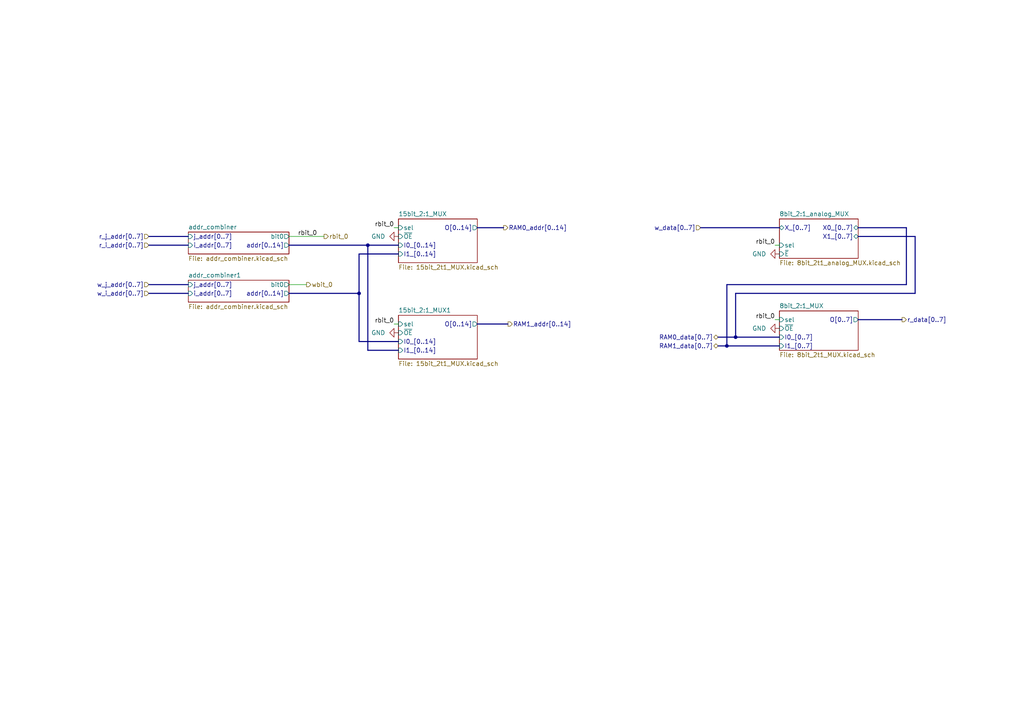
<source format=kicad_sch>
(kicad_sch (version 20250114) (generator "eeschema") (generator_version "9.0")
  (paper "A4")
  (lib_symbols
    (symbol "power:GND" (power) (pin_numbers (hide yes)) (pin_names (offset 0) (hide yes))
      (property "Value" "GND" (at 0 -3.81 0))
      (symbol "GND_0_1"
        (polyline (pts (xy 0 0) (xy 0 -1.27) (xy 1.27 -1.27) (xy 0 -2.54) (xy -1.27 -1.27) (xy 0 -1.27)))
      )
      (symbol "GND_1_1"
        (pin power_in line (at 0 0 270) (length 0) (name "~") (number "1"))
      )
    )
  )
  (junction (at 210.82 100.33))
  (junction (at 213.36 97.79))
  (junction (at 104.14 85.09))
  (junction (at 106.68 71.12))
  (bus (pts (xy 213.36 85.09) (xy 265.43 85.09)))
  (bus (pts (xy 115.57 71.12) (xy 106.68 71.12)))
  (bus (pts (xy 262.89 82.55) (xy 210.82 82.55)))
  (bus (pts (xy 83.82 71.12) (xy 106.68 71.12)))
  (wire (pts (xy 83.82 68.58) (xy 93.98 68.58)))
  (bus (pts (xy 43.18 82.55) (xy 54.61 82.55)))
  (bus (pts (xy 265.43 68.58) (xy 248.92 68.58)))
  (bus (pts (xy 43.18 85.09) (xy 54.61 85.09)))
  (bus (pts (xy 213.36 97.79) (xy 226.06 97.79)))
  (bus (pts (xy 138.43 93.98) (xy 147.32 93.98)))
  (bus (pts (xy 208.28 97.79) (xy 213.36 97.79)))
  (bus (pts (xy 104.14 99.06) (xy 115.57 99.06)))
  (bus (pts (xy 248.92 92.71) (xy 261.62 92.71)))
  (bus (pts (xy 43.18 71.12) (xy 54.61 71.12)))
  (bus (pts (xy 203.2 66.04) (xy 226.06 66.04)))
  (wire (pts (xy 224.79 92.71) (xy 226.06 92.71)))
  (wire (pts (xy 114.3 93.98) (xy 115.57 93.98)))
  (bus (pts (xy 208.28 100.33) (xy 210.82 100.33)))
  (bus (pts (xy 104.14 85.09) (xy 104.14 99.06)))
  (bus (pts (xy 210.82 100.33) (xy 226.06 100.33)))
  (bus (pts (xy 106.68 101.6) (xy 115.57 101.6)))
  (bus (pts (xy 213.36 97.79) (xy 213.36 85.09)))
  (bus (pts (xy 104.14 73.66) (xy 104.14 85.09)))
  (bus (pts (xy 43.18 68.58) (xy 54.61 68.58)))
  (bus (pts (xy 106.68 71.12) (xy 106.68 101.6)))
  (bus (pts (xy 265.43 85.09) (xy 265.43 68.58)))
  (bus (pts (xy 115.57 73.66) (xy 104.14 73.66)))
  (bus (pts (xy 83.82 85.09) (xy 104.14 85.09)))
  (wire (pts (xy 83.82 82.55) (xy 88.9 82.55)))
  (wire (pts (xy 224.79 71.12) (xy 226.06 71.12)))
  (bus (pts (xy 138.43 66.04) (xy 146.05 66.04)))
  (wire (pts (xy 114.3 66.04) (xy 115.57 66.04)))
  (bus (pts (xy 210.82 82.55) (xy 210.82 100.33)))
  (bus (pts (xy 248.92 66.04) (xy 262.89 66.04)))
  (bus (pts (xy 262.89 66.04) (xy 262.89 82.55)))
  (label "rbit_0" (at 224.79 71.12 180))
  (label "rbit_0" (at 114.3 93.98 180))
  (label "rbit_0" (at 224.79 92.71 180))
  (label "rbit_0" (at 86.36 68.58 0))
  (label "rbit_0" (at 114.3 66.04 180))
  (hierarchical_label "RAM0_data[0..7]" (shape bidirectional) (at 208.28 97.79 180))
  (hierarchical_label "w_data[0..7]" (shape input) (at 203.2 66.04 180))
  (hierarchical_label "r_data[0..7]" (shape output) (at 261.62 92.71 0))
  (hierarchical_label "wbit_0" (shape output) (at 88.9 82.55 0))
  (hierarchical_label "RAM1_data[0..7]" (shape bidirectional) (at 208.28 100.33 180))
  (hierarchical_label "rbit_0" (shape output) (at 93.98 68.58 0))
  (hierarchical_label "w_j_addr[0..7]" (shape input) (at 43.18 82.55 180))
  (hierarchical_label "r_i_addr[0..7]" (shape input) (at 43.18 71.12 180))
  (hierarchical_label "w_i_addr[0..7]" (shape input) (at 43.18 85.09 180))
  (hierarchical_label "RAM0_addr[0..14]" (shape output) (at 146.05 66.04 0))
  (hierarchical_label "RAM1_addr[0..14]" (shape output) (at 147.32 93.98 0))
  (hierarchical_label "r_j_addr[0..7]" (shape input) (at 43.18 68.58 180))
  (symbol (lib_id "power:GND") (at 226.06 95.25 270) (unit 1)
    (property "Reference" "#PWR088" (effects (hide yes)))
    (property "Value" "GND" (at 222.25 95.2499 90) (effects (justify right)))
    (property "Description" "Power symbol creates a global label with name \"GND\" , ground" (effects (hide yes)))
  )
  (symbol (lib_id "power:GND") (at 115.57 96.52 270) (unit 1)
    (property "Reference" "#PWR086" (effects (hide yes)))
    (property "Value" "GND" (at 111.76 96.5199 90) (effects (justify right)))
    (property "Description" "Power symbol creates a global label with name \"GND\" , ground" (effects (hide yes)))
  )
  (symbol (lib_id "power:GND") (at 115.57 68.58 270) (unit 1)
    (property "Reference" "#PWR085" (effects (hide yes)))
    (property "Value" "GND" (at 111.76 68.5799 90) (effects (justify right)))
    (property "Description" "Power symbol creates a global label with name \"GND\" , ground" (effects (hide yes)))
  )
  (symbol (lib_id "power:GND") (at 226.06 73.66 270) (unit 1)
    (property "Reference" "#PWR087" (effects (hide yes)))
    (property "Value" "GND" (at 222.25 73.6599 90) (effects (justify right)))
    (property "Description" "Power symbol creates a global label with name \"GND\" , ground" (effects (hide yes)))
  )
  (sheet (at 226.06 63.5) (size 22.86 11.43) (stroke (width 0.1524))
    (property "Sheetname" "8bit_2:1_analog_MUX" (at 226.06 62.7884 0) (effects (justify left bottom)))
    (property "Sheetfile" "8bit_2t1_analog_MUX.kicad_sch" (at 226.06 75.5146 0) (effects (justify left top)))
    (pin "X1_[0..7]" bidirectional (at 248.92 68.58 0))
    (pin "~{E}" input (at 226.06 73.66 180))
    (pin "X_[0..7]" bidirectional (at 226.06 66.04 180))
    (pin "sel" input (at 226.06 71.12 180))
    (pin "X0_[0..7]" bidirectional (at 248.92 66.04 0))
  )
  (sheet (at 54.61 67.31) (size 29.21 6.35) (stroke (width 0.1524))
    (property "Sheetname" "addr_combiner" (at 54.61 66.5984 0) (effects (justify left bottom)))
    (property "Sheetfile" "addr_combiner.kicad_sch" (at 54.61 74.2446 0) (effects (justify left top)))
    (pin "bit0" output (at 83.82 68.58 0))
    (pin "j_addr[0..7]" input (at 54.61 68.58 180))
    (pin "addr[0..14]" output (at 83.82 71.12 0))
    (pin "i_addr[0..7]" input (at 54.61 71.12 180))
  )
  (sheet (at 115.57 91.44) (size 22.86 12.7) (stroke (width 0.1524))
    (property "Sheetname" "15bit_2:1_MUX1" (at 115.57 90.7284 0) (effects (justify left bottom)))
    (property "Sheetfile" "15bit_2t1_MUX.kicad_sch" (at 115.57 104.7246 0) (effects (justify left top)))
    (pin "O[0..14]" output (at 138.43 93.98 0))
    (pin "sel" input (at 115.57 93.98 180))
    (pin "I0_[0..14]" input (at 115.57 99.06 180))
    (pin "~{OE}" input (at 115.57 96.52 180))
    (pin "I1_[0..14]" input (at 115.57 101.6 180))
  )
  (sheet (at 54.61 81.28) (size 29.21 6.35) (stroke (width 0.1524))
    (property "Sheetname" "addr_combiner1" (at 54.61 80.5684 0) (effects (justify left bottom)))
    (property "Sheetfile" "addr_combiner.kicad_sch" (at 54.61 88.2146 0) (effects (justify left top)))
    (pin "bit0" output (at 83.82 82.55 0))
    (pin "j_addr[0..7]" input (at 54.61 82.55 180))
    (pin "addr[0..14]" output (at 83.82 85.09 0))
    (pin "i_addr[0..7]" input (at 54.61 85.09 180))
  )
  (sheet (at 226.06 90.17) (size 22.86 11.43) (stroke (width 0.1524))
    (property "Sheetname" "8bit_2:1_MUX" (at 226.06 89.4584 0) (effects (justify left bottom)))
    (property "Sheetfile" "8bit_2t1_MUX.kicad_sch" (at 226.06 102.1846 0) (effects (justify left top)))
    (pin "O[0..7]" output (at 248.92 92.71 0))
    (pin "I0_[0..7]" input (at 226.06 97.79 180))
    (pin "sel" input (at 226.06 92.71 180))
    (pin "~{OE}" input (at 226.06 95.25 180))
    (pin "I1_[0..7]" input (at 226.06 100.33 180))
  )
  (sheet (at 115.57 63.5) (size 22.86 12.7) (stroke (width 0.1524))
    (property "Sheetname" "15bit_2:1_MUX" (at 115.57 62.7884 0) (effects (justify left bottom)))
    (property "Sheetfile" "15bit_2t1_MUX.kicad_sch" (at 115.57 76.7846 0) (effects (justify left top)))
    (pin "O[0..14]" output (at 138.43 66.04 0))
    (pin "sel" input (at 115.57 66.04 180))
    (pin "I0_[0..14]" input (at 115.57 71.12 180))
    (pin "~{OE}" input (at 115.57 68.58 180))
    (pin "I1_[0..14]" input (at 115.57 73.66 180))
  )
)
</source>
